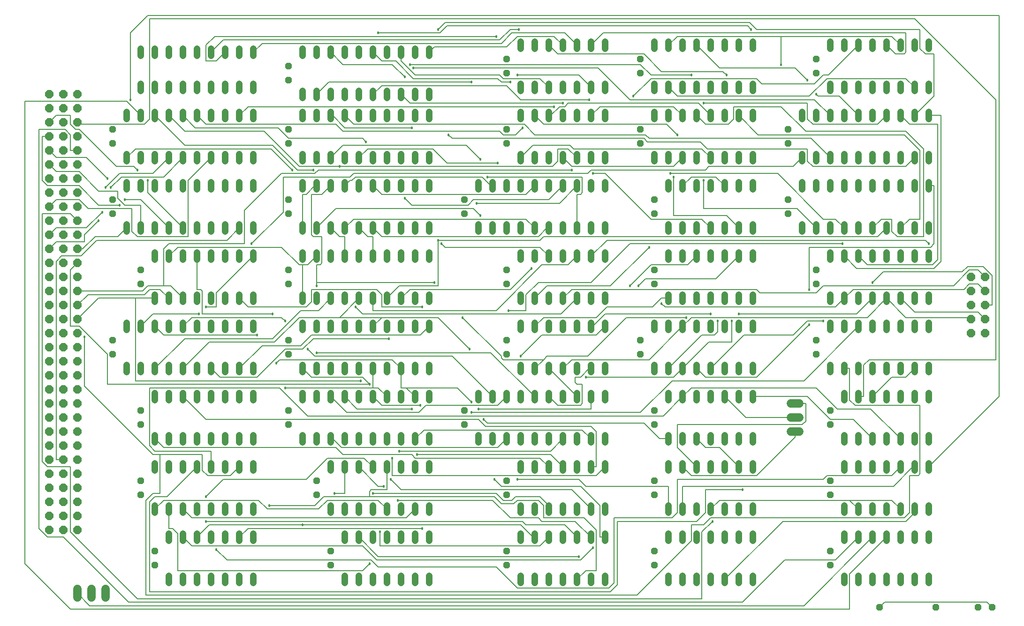
<source format=gbr>
G04 EAGLE Gerber RS-274X export*
G75*
%MOMM*%
%FSLAX34Y34*%
%LPD*%
%INTop Copper*%
%IPPOS*%
%AMOC8*
5,1,8,0,0,1.08239X$1,22.5*%
G01*
%ADD10C,1.219200*%
%ADD11P,1.319650X8X112.500000*%
%ADD12P,1.649562X8X292.500000*%
%ADD13P,1.649562X8X202.500000*%
%ADD14P,1.319650X8X202.500000*%
%ADD15P,1.319650X8X22.500000*%
%ADD16C,1.524000*%
%ADD17C,0.127000*%
%ADD18C,0.457200*%


D10*
X1168400Y717804D02*
X1168400Y729996D01*
X1193800Y729996D02*
X1193800Y717804D01*
X1320800Y717804D02*
X1320800Y729996D01*
X1320800Y794004D02*
X1320800Y806196D01*
X1219200Y729996D02*
X1219200Y717804D01*
X1244600Y717804D02*
X1244600Y729996D01*
X1295400Y729996D02*
X1295400Y717804D01*
X1270000Y717804D02*
X1270000Y729996D01*
X1295400Y794004D02*
X1295400Y806196D01*
X1270000Y806196D02*
X1270000Y794004D01*
X1244600Y794004D02*
X1244600Y806196D01*
X1219200Y806196D02*
X1219200Y794004D01*
X1193800Y794004D02*
X1193800Y806196D01*
X1168400Y806196D02*
X1168400Y794004D01*
X1168400Y602996D02*
X1168400Y590804D01*
X1193800Y590804D02*
X1193800Y602996D01*
X1320800Y602996D02*
X1320800Y590804D01*
X1320800Y667004D02*
X1320800Y679196D01*
X1219200Y602996D02*
X1219200Y590804D01*
X1244600Y590804D02*
X1244600Y602996D01*
X1295400Y602996D02*
X1295400Y590804D01*
X1270000Y590804D02*
X1270000Y602996D01*
X1295400Y667004D02*
X1295400Y679196D01*
X1270000Y679196D02*
X1270000Y667004D01*
X1244600Y667004D02*
X1244600Y679196D01*
X1219200Y679196D02*
X1219200Y667004D01*
X1193800Y667004D02*
X1193800Y679196D01*
X1168400Y679196D02*
X1168400Y667004D01*
X1409700Y717804D02*
X1409700Y729996D01*
X1435100Y729996D02*
X1435100Y717804D01*
X1562100Y717804D02*
X1562100Y729996D01*
X1587500Y729996D02*
X1587500Y717804D01*
X1460500Y717804D02*
X1460500Y729996D01*
X1485900Y729996D02*
X1485900Y717804D01*
X1536700Y717804D02*
X1536700Y729996D01*
X1511300Y729996D02*
X1511300Y717804D01*
X1612900Y717804D02*
X1612900Y729996D01*
X1638300Y729996D02*
X1638300Y717804D01*
X1638300Y794004D02*
X1638300Y806196D01*
X1612900Y806196D02*
X1612900Y794004D01*
X1587500Y794004D02*
X1587500Y806196D01*
X1562100Y806196D02*
X1562100Y794004D01*
X1536700Y794004D02*
X1536700Y806196D01*
X1511300Y806196D02*
X1511300Y794004D01*
X1485900Y794004D02*
X1485900Y806196D01*
X1460500Y806196D02*
X1460500Y794004D01*
X1435100Y794004D02*
X1435100Y806196D01*
X1409700Y806196D02*
X1409700Y794004D01*
X241300Y602996D02*
X241300Y590804D01*
X266700Y590804D02*
X266700Y602996D01*
X393700Y602996D02*
X393700Y590804D01*
X419100Y590804D02*
X419100Y602996D01*
X292100Y602996D02*
X292100Y590804D01*
X317500Y590804D02*
X317500Y602996D01*
X368300Y602996D02*
X368300Y590804D01*
X342900Y590804D02*
X342900Y602996D01*
X419100Y667004D02*
X419100Y679196D01*
X393700Y679196D02*
X393700Y667004D01*
X368300Y667004D02*
X368300Y679196D01*
X342900Y679196D02*
X342900Y667004D01*
X317500Y667004D02*
X317500Y679196D01*
X292100Y679196D02*
X292100Y667004D01*
X266700Y667004D02*
X266700Y679196D01*
X241300Y679196D02*
X241300Y667004D01*
X266700Y94996D02*
X266700Y82804D01*
X292100Y82804D02*
X292100Y94996D01*
X419100Y94996D02*
X419100Y82804D01*
X419100Y159004D02*
X419100Y171196D01*
X317500Y94996D02*
X317500Y82804D01*
X342900Y82804D02*
X342900Y94996D01*
X393700Y94996D02*
X393700Y82804D01*
X368300Y82804D02*
X368300Y94996D01*
X393700Y159004D02*
X393700Y171196D01*
X368300Y171196D02*
X368300Y159004D01*
X342900Y159004D02*
X342900Y171196D01*
X317500Y171196D02*
X317500Y159004D01*
X292100Y159004D02*
X292100Y171196D01*
X266700Y171196D02*
X266700Y159004D01*
X190500Y463804D02*
X190500Y475996D01*
X215900Y475996D02*
X215900Y463804D01*
X342900Y463804D02*
X342900Y475996D01*
X368300Y475996D02*
X368300Y463804D01*
X241300Y463804D02*
X241300Y475996D01*
X266700Y475996D02*
X266700Y463804D01*
X317500Y463804D02*
X317500Y475996D01*
X292100Y475996D02*
X292100Y463804D01*
X393700Y463804D02*
X393700Y475996D01*
X419100Y475996D02*
X419100Y463804D01*
X419100Y540004D02*
X419100Y552196D01*
X393700Y552196D02*
X393700Y540004D01*
X368300Y540004D02*
X368300Y552196D01*
X342900Y552196D02*
X342900Y540004D01*
X317500Y540004D02*
X317500Y552196D01*
X292100Y552196D02*
X292100Y540004D01*
X266700Y540004D02*
X266700Y552196D01*
X241300Y552196D02*
X241300Y540004D01*
X215900Y540004D02*
X215900Y552196D01*
X190500Y552196D02*
X190500Y540004D01*
X508000Y475996D02*
X508000Y463804D01*
X533400Y463804D02*
X533400Y475996D01*
X660400Y475996D02*
X660400Y463804D01*
X685800Y463804D02*
X685800Y475996D01*
X558800Y475996D02*
X558800Y463804D01*
X584200Y463804D02*
X584200Y475996D01*
X635000Y475996D02*
X635000Y463804D01*
X609600Y463804D02*
X609600Y475996D01*
X711200Y475996D02*
X711200Y463804D01*
X736600Y463804D02*
X736600Y475996D01*
X736600Y540004D02*
X736600Y552196D01*
X711200Y552196D02*
X711200Y540004D01*
X685800Y540004D02*
X685800Y552196D01*
X660400Y552196D02*
X660400Y540004D01*
X635000Y540004D02*
X635000Y552196D01*
X609600Y552196D02*
X609600Y540004D01*
X584200Y540004D02*
X584200Y552196D01*
X558800Y552196D02*
X558800Y540004D01*
X533400Y540004D02*
X533400Y552196D01*
X508000Y552196D02*
X508000Y540004D01*
X508000Y844804D02*
X508000Y856996D01*
X533400Y856996D02*
X533400Y844804D01*
X660400Y844804D02*
X660400Y856996D01*
X685800Y856996D02*
X685800Y844804D01*
X558800Y844804D02*
X558800Y856996D01*
X584200Y856996D02*
X584200Y844804D01*
X635000Y844804D02*
X635000Y856996D01*
X609600Y856996D02*
X609600Y844804D01*
X711200Y844804D02*
X711200Y856996D01*
X736600Y856996D02*
X736600Y844804D01*
X736600Y921004D02*
X736600Y933196D01*
X711200Y933196D02*
X711200Y921004D01*
X685800Y921004D02*
X685800Y933196D01*
X660400Y933196D02*
X660400Y921004D01*
X635000Y921004D02*
X635000Y933196D01*
X609600Y933196D02*
X609600Y921004D01*
X584200Y921004D02*
X584200Y933196D01*
X558800Y933196D02*
X558800Y921004D01*
X533400Y921004D02*
X533400Y933196D01*
X508000Y933196D02*
X508000Y921004D01*
X825500Y729996D02*
X825500Y717804D01*
X850900Y717804D02*
X850900Y729996D01*
X977900Y729996D02*
X977900Y717804D01*
X1003300Y717804D02*
X1003300Y729996D01*
X876300Y729996D02*
X876300Y717804D01*
X901700Y717804D02*
X901700Y729996D01*
X952500Y729996D02*
X952500Y717804D01*
X927100Y717804D02*
X927100Y729996D01*
X1028700Y729996D02*
X1028700Y717804D01*
X1054100Y717804D02*
X1054100Y729996D01*
X1054100Y794004D02*
X1054100Y806196D01*
X1028700Y806196D02*
X1028700Y794004D01*
X1003300Y794004D02*
X1003300Y806196D01*
X977900Y806196D02*
X977900Y794004D01*
X952500Y794004D02*
X952500Y806196D01*
X927100Y806196D02*
X927100Y794004D01*
X901700Y794004D02*
X901700Y806196D01*
X876300Y806196D02*
X876300Y794004D01*
X850900Y794004D02*
X850900Y806196D01*
X825500Y806196D02*
X825500Y794004D01*
X508000Y602996D02*
X508000Y590804D01*
X533400Y590804D02*
X533400Y602996D01*
X660400Y602996D02*
X660400Y590804D01*
X685800Y590804D02*
X685800Y602996D01*
X558800Y602996D02*
X558800Y590804D01*
X584200Y590804D02*
X584200Y602996D01*
X635000Y602996D02*
X635000Y590804D01*
X609600Y590804D02*
X609600Y602996D01*
X711200Y602996D02*
X711200Y590804D01*
X736600Y590804D02*
X736600Y602996D01*
X736600Y667004D02*
X736600Y679196D01*
X711200Y679196D02*
X711200Y667004D01*
X685800Y667004D02*
X685800Y679196D01*
X660400Y679196D02*
X660400Y667004D01*
X635000Y667004D02*
X635000Y679196D01*
X609600Y679196D02*
X609600Y667004D01*
X584200Y667004D02*
X584200Y679196D01*
X558800Y679196D02*
X558800Y667004D01*
X533400Y667004D02*
X533400Y679196D01*
X508000Y679196D02*
X508000Y667004D01*
X508000Y717804D02*
X508000Y729996D01*
X533400Y729996D02*
X533400Y717804D01*
X660400Y717804D02*
X660400Y729996D01*
X685800Y729996D02*
X685800Y717804D01*
X558800Y717804D02*
X558800Y729996D01*
X584200Y729996D02*
X584200Y717804D01*
X635000Y717804D02*
X635000Y729996D01*
X609600Y729996D02*
X609600Y717804D01*
X711200Y717804D02*
X711200Y729996D01*
X736600Y729996D02*
X736600Y717804D01*
X736600Y794004D02*
X736600Y806196D01*
X711200Y806196D02*
X711200Y794004D01*
X685800Y794004D02*
X685800Y806196D01*
X660400Y806196D02*
X660400Y794004D01*
X635000Y794004D02*
X635000Y806196D01*
X609600Y806196D02*
X609600Y794004D01*
X584200Y794004D02*
X584200Y806196D01*
X558800Y806196D02*
X558800Y794004D01*
X533400Y794004D02*
X533400Y806196D01*
X508000Y806196D02*
X508000Y794004D01*
X241300Y348996D02*
X241300Y336804D01*
X266700Y336804D02*
X266700Y348996D01*
X393700Y348996D02*
X393700Y336804D01*
X419100Y336804D02*
X419100Y348996D01*
X292100Y348996D02*
X292100Y336804D01*
X317500Y336804D02*
X317500Y348996D01*
X368300Y348996D02*
X368300Y336804D01*
X342900Y336804D02*
X342900Y348996D01*
X419100Y413004D02*
X419100Y425196D01*
X393700Y425196D02*
X393700Y413004D01*
X368300Y413004D02*
X368300Y425196D01*
X342900Y425196D02*
X342900Y413004D01*
X317500Y413004D02*
X317500Y425196D01*
X292100Y425196D02*
X292100Y413004D01*
X266700Y413004D02*
X266700Y425196D01*
X241300Y425196D02*
X241300Y413004D01*
X558800Y221996D02*
X558800Y209804D01*
X584200Y209804D02*
X584200Y221996D01*
X711200Y221996D02*
X711200Y209804D01*
X736600Y209804D02*
X736600Y221996D01*
X609600Y221996D02*
X609600Y209804D01*
X635000Y209804D02*
X635000Y221996D01*
X685800Y221996D02*
X685800Y209804D01*
X660400Y209804D02*
X660400Y221996D01*
X736600Y286004D02*
X736600Y298196D01*
X711200Y298196D02*
X711200Y286004D01*
X685800Y286004D02*
X685800Y298196D01*
X660400Y298196D02*
X660400Y286004D01*
X635000Y286004D02*
X635000Y298196D01*
X609600Y298196D02*
X609600Y286004D01*
X584200Y286004D02*
X584200Y298196D01*
X558800Y298196D02*
X558800Y286004D01*
X1168400Y221996D02*
X1168400Y209804D01*
X1193800Y209804D02*
X1193800Y221996D01*
X1320800Y221996D02*
X1320800Y209804D01*
X1320800Y286004D02*
X1320800Y298196D01*
X1219200Y221996D02*
X1219200Y209804D01*
X1244600Y209804D02*
X1244600Y221996D01*
X1295400Y221996D02*
X1295400Y209804D01*
X1270000Y209804D02*
X1270000Y221996D01*
X1295400Y286004D02*
X1295400Y298196D01*
X1270000Y298196D02*
X1270000Y286004D01*
X1244600Y286004D02*
X1244600Y298196D01*
X1219200Y298196D02*
X1219200Y286004D01*
X1193800Y286004D02*
X1193800Y298196D01*
X1168400Y298196D02*
X1168400Y286004D01*
X1485900Y94996D02*
X1485900Y82804D01*
X1511300Y82804D02*
X1511300Y94996D01*
X1638300Y94996D02*
X1638300Y82804D01*
X1638300Y159004D02*
X1638300Y171196D01*
X1536700Y94996D02*
X1536700Y82804D01*
X1562100Y82804D02*
X1562100Y94996D01*
X1612900Y94996D02*
X1612900Y82804D01*
X1587500Y82804D02*
X1587500Y94996D01*
X1612900Y159004D02*
X1612900Y171196D01*
X1587500Y171196D02*
X1587500Y159004D01*
X1562100Y159004D02*
X1562100Y171196D01*
X1536700Y171196D02*
X1536700Y159004D01*
X1511300Y159004D02*
X1511300Y171196D01*
X1485900Y171196D02*
X1485900Y159004D01*
X241300Y209804D02*
X241300Y221996D01*
X266700Y221996D02*
X266700Y209804D01*
X393700Y209804D02*
X393700Y221996D01*
X419100Y221996D02*
X419100Y209804D01*
X292100Y209804D02*
X292100Y221996D01*
X317500Y221996D02*
X317500Y209804D01*
X368300Y209804D02*
X368300Y221996D01*
X342900Y221996D02*
X342900Y209804D01*
X419100Y286004D02*
X419100Y298196D01*
X393700Y298196D02*
X393700Y286004D01*
X368300Y286004D02*
X368300Y298196D01*
X342900Y298196D02*
X342900Y286004D01*
X317500Y286004D02*
X317500Y298196D01*
X292100Y298196D02*
X292100Y286004D01*
X266700Y286004D02*
X266700Y298196D01*
X241300Y298196D02*
X241300Y286004D01*
X584200Y94996D02*
X584200Y82804D01*
X609600Y82804D02*
X609600Y94996D01*
X736600Y94996D02*
X736600Y82804D01*
X736600Y159004D02*
X736600Y171196D01*
X635000Y94996D02*
X635000Y82804D01*
X660400Y82804D02*
X660400Y94996D01*
X711200Y94996D02*
X711200Y82804D01*
X685800Y82804D02*
X685800Y94996D01*
X711200Y159004D02*
X711200Y171196D01*
X685800Y171196D02*
X685800Y159004D01*
X660400Y159004D02*
X660400Y171196D01*
X635000Y171196D02*
X635000Y159004D01*
X609600Y159004D02*
X609600Y171196D01*
X584200Y171196D02*
X584200Y159004D01*
X215900Y971804D02*
X215900Y983996D01*
X241300Y983996D02*
X241300Y971804D01*
X266700Y971804D02*
X266700Y983996D01*
X292100Y983996D02*
X292100Y971804D01*
X317500Y971804D02*
X317500Y983996D01*
X342900Y983996D02*
X342900Y971804D01*
X368300Y971804D02*
X368300Y983996D01*
X393700Y983996D02*
X393700Y971804D01*
X419100Y971804D02*
X419100Y983996D01*
X215900Y1035304D02*
X215900Y1047496D01*
X241300Y1047496D02*
X241300Y1035304D01*
X266700Y1035304D02*
X266700Y1047496D01*
X292100Y1047496D02*
X292100Y1035304D01*
X317500Y1035304D02*
X317500Y1047496D01*
X342900Y1047496D02*
X342900Y1035304D01*
X368300Y1035304D02*
X368300Y1047496D01*
X393700Y1047496D02*
X393700Y1035304D01*
X419100Y1035304D02*
X419100Y1047496D01*
X190500Y856996D02*
X190500Y844804D01*
X215900Y844804D02*
X215900Y856996D01*
X342900Y856996D02*
X342900Y844804D01*
X368300Y844804D02*
X368300Y856996D01*
X241300Y856996D02*
X241300Y844804D01*
X266700Y844804D02*
X266700Y856996D01*
X317500Y856996D02*
X317500Y844804D01*
X292100Y844804D02*
X292100Y856996D01*
X393700Y856996D02*
X393700Y844804D01*
X419100Y844804D02*
X419100Y856996D01*
X419100Y921004D02*
X419100Y933196D01*
X393700Y933196D02*
X393700Y921004D01*
X368300Y921004D02*
X368300Y933196D01*
X342900Y933196D02*
X342900Y921004D01*
X317500Y921004D02*
X317500Y933196D01*
X292100Y933196D02*
X292100Y921004D01*
X266700Y921004D02*
X266700Y933196D01*
X241300Y933196D02*
X241300Y921004D01*
X215900Y921004D02*
X215900Y933196D01*
X190500Y933196D02*
X190500Y921004D01*
X190500Y729996D02*
X190500Y717804D01*
X215900Y717804D02*
X215900Y729996D01*
X342900Y729996D02*
X342900Y717804D01*
X368300Y717804D02*
X368300Y729996D01*
X241300Y729996D02*
X241300Y717804D01*
X266700Y717804D02*
X266700Y729996D01*
X317500Y729996D02*
X317500Y717804D01*
X292100Y717804D02*
X292100Y729996D01*
X393700Y729996D02*
X393700Y717804D01*
X419100Y717804D02*
X419100Y729996D01*
X419100Y794004D02*
X419100Y806196D01*
X393700Y806196D02*
X393700Y794004D01*
X368300Y794004D02*
X368300Y806196D01*
X342900Y806196D02*
X342900Y794004D01*
X317500Y794004D02*
X317500Y806196D01*
X292100Y806196D02*
X292100Y794004D01*
X266700Y794004D02*
X266700Y806196D01*
X241300Y806196D02*
X241300Y794004D01*
X215900Y794004D02*
X215900Y806196D01*
X190500Y806196D02*
X190500Y794004D01*
X1143000Y844804D02*
X1143000Y856996D01*
X1168400Y856996D02*
X1168400Y844804D01*
X1295400Y844804D02*
X1295400Y856996D01*
X1320800Y856996D02*
X1320800Y844804D01*
X1193800Y844804D02*
X1193800Y856996D01*
X1219200Y856996D02*
X1219200Y844804D01*
X1270000Y844804D02*
X1270000Y856996D01*
X1244600Y856996D02*
X1244600Y844804D01*
X1320800Y921004D02*
X1320800Y933196D01*
X1295400Y933196D02*
X1295400Y921004D01*
X1270000Y921004D02*
X1270000Y933196D01*
X1244600Y933196D02*
X1244600Y921004D01*
X1219200Y921004D02*
X1219200Y933196D01*
X1193800Y933196D02*
X1193800Y921004D01*
X1168400Y921004D02*
X1168400Y933196D01*
X1143000Y933196D02*
X1143000Y921004D01*
X1143000Y475996D02*
X1143000Y463804D01*
X1168400Y463804D02*
X1168400Y475996D01*
X1295400Y475996D02*
X1295400Y463804D01*
X1320800Y463804D02*
X1320800Y475996D01*
X1193800Y475996D02*
X1193800Y463804D01*
X1219200Y463804D02*
X1219200Y475996D01*
X1270000Y475996D02*
X1270000Y463804D01*
X1244600Y463804D02*
X1244600Y475996D01*
X1320800Y540004D02*
X1320800Y552196D01*
X1295400Y552196D02*
X1295400Y540004D01*
X1270000Y540004D02*
X1270000Y552196D01*
X1244600Y552196D02*
X1244600Y540004D01*
X1219200Y540004D02*
X1219200Y552196D01*
X1193800Y552196D02*
X1193800Y540004D01*
X1168400Y540004D02*
X1168400Y552196D01*
X1143000Y552196D02*
X1143000Y540004D01*
X1143000Y971804D02*
X1143000Y983996D01*
X1168400Y983996D02*
X1168400Y971804D01*
X1295400Y971804D02*
X1295400Y983996D01*
X1320800Y983996D02*
X1320800Y971804D01*
X1193800Y971804D02*
X1193800Y983996D01*
X1219200Y983996D02*
X1219200Y971804D01*
X1270000Y971804D02*
X1270000Y983996D01*
X1244600Y983996D02*
X1244600Y971804D01*
X1320800Y1048004D02*
X1320800Y1060196D01*
X1295400Y1060196D02*
X1295400Y1048004D01*
X1270000Y1048004D02*
X1270000Y1060196D01*
X1244600Y1060196D02*
X1244600Y1048004D01*
X1219200Y1048004D02*
X1219200Y1060196D01*
X1193800Y1060196D02*
X1193800Y1048004D01*
X1168400Y1048004D02*
X1168400Y1060196D01*
X1143000Y1060196D02*
X1143000Y1048004D01*
X1460500Y602996D02*
X1460500Y590804D01*
X1485900Y590804D02*
X1485900Y602996D01*
X1612900Y602996D02*
X1612900Y590804D01*
X1638300Y590804D02*
X1638300Y602996D01*
X1511300Y602996D02*
X1511300Y590804D01*
X1536700Y590804D02*
X1536700Y602996D01*
X1587500Y602996D02*
X1587500Y590804D01*
X1562100Y590804D02*
X1562100Y602996D01*
X1638300Y667004D02*
X1638300Y679196D01*
X1612900Y679196D02*
X1612900Y667004D01*
X1587500Y667004D02*
X1587500Y679196D01*
X1562100Y679196D02*
X1562100Y667004D01*
X1536700Y667004D02*
X1536700Y679196D01*
X1511300Y679196D02*
X1511300Y667004D01*
X1485900Y667004D02*
X1485900Y679196D01*
X1460500Y679196D02*
X1460500Y667004D01*
X1409700Y844804D02*
X1409700Y856996D01*
X1435100Y856996D02*
X1435100Y844804D01*
X1562100Y844804D02*
X1562100Y856996D01*
X1587500Y856996D02*
X1587500Y844804D01*
X1460500Y844804D02*
X1460500Y856996D01*
X1485900Y856996D02*
X1485900Y844804D01*
X1536700Y844804D02*
X1536700Y856996D01*
X1511300Y856996D02*
X1511300Y844804D01*
X1612900Y844804D02*
X1612900Y856996D01*
X1638300Y856996D02*
X1638300Y844804D01*
X1638300Y921004D02*
X1638300Y933196D01*
X1612900Y933196D02*
X1612900Y921004D01*
X1587500Y921004D02*
X1587500Y933196D01*
X1562100Y933196D02*
X1562100Y921004D01*
X1536700Y921004D02*
X1536700Y933196D01*
X1511300Y933196D02*
X1511300Y921004D01*
X1485900Y921004D02*
X1485900Y933196D01*
X1460500Y933196D02*
X1460500Y921004D01*
X1435100Y921004D02*
X1435100Y933196D01*
X1409700Y933196D02*
X1409700Y921004D01*
X1460500Y971804D02*
X1460500Y983996D01*
X1485900Y983996D02*
X1485900Y971804D01*
X1612900Y971804D02*
X1612900Y983996D01*
X1638300Y983996D02*
X1638300Y971804D01*
X1511300Y971804D02*
X1511300Y983996D01*
X1536700Y983996D02*
X1536700Y971804D01*
X1587500Y971804D02*
X1587500Y983996D01*
X1562100Y983996D02*
X1562100Y971804D01*
X1638300Y1048004D02*
X1638300Y1060196D01*
X1612900Y1060196D02*
X1612900Y1048004D01*
X1587500Y1048004D02*
X1587500Y1060196D01*
X1562100Y1060196D02*
X1562100Y1048004D01*
X1536700Y1048004D02*
X1536700Y1060196D01*
X1511300Y1060196D02*
X1511300Y1048004D01*
X1485900Y1048004D02*
X1485900Y1060196D01*
X1460500Y1060196D02*
X1460500Y1048004D01*
D11*
X876300Y495300D03*
X876300Y520700D03*
X1143000Y114300D03*
X1143000Y139700D03*
X215900Y622300D03*
X215900Y647700D03*
X1384300Y876300D03*
X1384300Y901700D03*
X1117600Y495300D03*
X1117600Y520700D03*
X1143000Y368300D03*
X1143000Y393700D03*
X241300Y114300D03*
X241300Y139700D03*
X482600Y495300D03*
X482600Y520700D03*
X215900Y241300D03*
X215900Y266700D03*
X1117600Y876300D03*
X1117600Y901700D03*
X800100Y749300D03*
X800100Y774700D03*
X1460500Y368300D03*
X1460500Y393700D03*
X1435100Y1003300D03*
X1435100Y1028700D03*
X1117600Y1003300D03*
X1117600Y1028700D03*
X1460500Y241300D03*
X1460500Y266700D03*
X482600Y368300D03*
X482600Y393700D03*
X215900Y368300D03*
X215900Y393700D03*
X482600Y876300D03*
X482600Y901700D03*
X876300Y1003300D03*
X876300Y1028700D03*
X1143000Y241300D03*
X1143000Y266700D03*
X876300Y876300D03*
X876300Y901700D03*
X1460500Y114300D03*
X1460500Y139700D03*
X533400Y241300D03*
X533400Y266700D03*
X165100Y749300D03*
X165100Y774700D03*
X165100Y876300D03*
X165100Y901700D03*
X1384300Y749300D03*
X1384300Y774700D03*
X1435100Y622300D03*
X1435100Y647700D03*
X1143000Y749300D03*
X1143000Y774700D03*
X1143000Y622300D03*
X1143000Y647700D03*
X1435100Y495300D03*
X1435100Y520700D03*
X876300Y241300D03*
X876300Y266700D03*
X876300Y114300D03*
X876300Y139700D03*
X558800Y114300D03*
X558800Y139700D03*
X482600Y990600D03*
X482600Y1016000D03*
X876300Y622300D03*
X876300Y647700D03*
X165100Y495300D03*
X165100Y520700D03*
X800100Y368300D03*
X800100Y393700D03*
D10*
X901700Y221996D02*
X901700Y209804D01*
X927100Y209804D02*
X927100Y221996D01*
X1054100Y221996D02*
X1054100Y209804D01*
X1054100Y286004D02*
X1054100Y298196D01*
X952500Y221996D02*
X952500Y209804D01*
X977900Y209804D02*
X977900Y221996D01*
X1028700Y221996D02*
X1028700Y209804D01*
X1003300Y209804D02*
X1003300Y221996D01*
X1028700Y286004D02*
X1028700Y298196D01*
X1003300Y298196D02*
X1003300Y286004D01*
X977900Y286004D02*
X977900Y298196D01*
X952500Y298196D02*
X952500Y286004D01*
X927100Y286004D02*
X927100Y298196D01*
X901700Y298196D02*
X901700Y286004D01*
X901700Y94996D02*
X901700Y82804D01*
X927100Y82804D02*
X927100Y94996D01*
X1054100Y94996D02*
X1054100Y82804D01*
X1054100Y159004D02*
X1054100Y171196D01*
X952500Y94996D02*
X952500Y82804D01*
X977900Y82804D02*
X977900Y94996D01*
X1028700Y94996D02*
X1028700Y82804D01*
X1003300Y82804D02*
X1003300Y94996D01*
X1028700Y159004D02*
X1028700Y171196D01*
X1003300Y171196D02*
X1003300Y159004D01*
X977900Y159004D02*
X977900Y171196D01*
X952500Y171196D02*
X952500Y159004D01*
X927100Y159004D02*
X927100Y171196D01*
X901700Y171196D02*
X901700Y159004D01*
X901700Y844804D02*
X901700Y856996D01*
X927100Y856996D02*
X927100Y844804D01*
X1054100Y844804D02*
X1054100Y856996D01*
X1054100Y921004D02*
X1054100Y933196D01*
X952500Y856996D02*
X952500Y844804D01*
X977900Y844804D02*
X977900Y856996D01*
X1028700Y856996D02*
X1028700Y844804D01*
X1003300Y844804D02*
X1003300Y856996D01*
X1028700Y921004D02*
X1028700Y933196D01*
X1003300Y933196D02*
X1003300Y921004D01*
X977900Y921004D02*
X977900Y933196D01*
X952500Y933196D02*
X952500Y921004D01*
X927100Y921004D02*
X927100Y933196D01*
X901700Y933196D02*
X901700Y921004D01*
X508000Y348996D02*
X508000Y336804D01*
X533400Y336804D02*
X533400Y348996D01*
X660400Y348996D02*
X660400Y336804D01*
X685800Y336804D02*
X685800Y348996D01*
X558800Y348996D02*
X558800Y336804D01*
X584200Y336804D02*
X584200Y348996D01*
X635000Y348996D02*
X635000Y336804D01*
X609600Y336804D02*
X609600Y348996D01*
X711200Y348996D02*
X711200Y336804D01*
X736600Y336804D02*
X736600Y348996D01*
X736600Y413004D02*
X736600Y425196D01*
X711200Y425196D02*
X711200Y413004D01*
X685800Y413004D02*
X685800Y425196D01*
X660400Y425196D02*
X660400Y413004D01*
X635000Y413004D02*
X635000Y425196D01*
X609600Y425196D02*
X609600Y413004D01*
X584200Y413004D02*
X584200Y425196D01*
X558800Y425196D02*
X558800Y413004D01*
X533400Y413004D02*
X533400Y425196D01*
X508000Y425196D02*
X508000Y413004D01*
X825500Y348996D02*
X825500Y336804D01*
X850900Y336804D02*
X850900Y348996D01*
X977900Y348996D02*
X977900Y336804D01*
X1003300Y336804D02*
X1003300Y348996D01*
X876300Y348996D02*
X876300Y336804D01*
X901700Y336804D02*
X901700Y348996D01*
X952500Y348996D02*
X952500Y336804D01*
X927100Y336804D02*
X927100Y348996D01*
X1028700Y348996D02*
X1028700Y336804D01*
X1054100Y336804D02*
X1054100Y348996D01*
X1054100Y413004D02*
X1054100Y425196D01*
X1028700Y425196D02*
X1028700Y413004D01*
X1003300Y413004D02*
X1003300Y425196D01*
X977900Y425196D02*
X977900Y413004D01*
X952500Y413004D02*
X952500Y425196D01*
X927100Y425196D02*
X927100Y413004D01*
X901700Y413004D02*
X901700Y425196D01*
X876300Y425196D02*
X876300Y413004D01*
X850900Y413004D02*
X850900Y425196D01*
X825500Y425196D02*
X825500Y413004D01*
X508000Y959104D02*
X508000Y971296D01*
X533400Y971296D02*
X533400Y959104D01*
X660400Y959104D02*
X660400Y971296D01*
X685800Y971296D02*
X685800Y959104D01*
X558800Y959104D02*
X558800Y971296D01*
X584200Y971296D02*
X584200Y959104D01*
X635000Y959104D02*
X635000Y971296D01*
X609600Y971296D02*
X609600Y959104D01*
X711200Y959104D02*
X711200Y971296D01*
X736600Y971296D02*
X736600Y959104D01*
X736600Y1035304D02*
X736600Y1047496D01*
X711200Y1047496D02*
X711200Y1035304D01*
X685800Y1035304D02*
X685800Y1047496D01*
X660400Y1047496D02*
X660400Y1035304D01*
X635000Y1035304D02*
X635000Y1047496D01*
X609600Y1047496D02*
X609600Y1035304D01*
X584200Y1035304D02*
X584200Y1047496D01*
X558800Y1047496D02*
X558800Y1035304D01*
X533400Y1035304D02*
X533400Y1047496D01*
X508000Y1047496D02*
X508000Y1035304D01*
X901700Y602996D02*
X901700Y590804D01*
X927100Y590804D02*
X927100Y602996D01*
X1054100Y602996D02*
X1054100Y590804D01*
X1054100Y667004D02*
X1054100Y679196D01*
X952500Y602996D02*
X952500Y590804D01*
X977900Y590804D02*
X977900Y602996D01*
X1028700Y602996D02*
X1028700Y590804D01*
X1003300Y590804D02*
X1003300Y602996D01*
X1028700Y667004D02*
X1028700Y679196D01*
X1003300Y679196D02*
X1003300Y667004D01*
X977900Y667004D02*
X977900Y679196D01*
X952500Y679196D02*
X952500Y667004D01*
X927100Y667004D02*
X927100Y679196D01*
X901700Y679196D02*
X901700Y667004D01*
X901700Y475996D02*
X901700Y463804D01*
X927100Y463804D02*
X927100Y475996D01*
X1054100Y475996D02*
X1054100Y463804D01*
X1054100Y540004D02*
X1054100Y552196D01*
X952500Y475996D02*
X952500Y463804D01*
X977900Y463804D02*
X977900Y475996D01*
X1028700Y475996D02*
X1028700Y463804D01*
X1003300Y463804D02*
X1003300Y475996D01*
X1028700Y540004D02*
X1028700Y552196D01*
X1003300Y552196D02*
X1003300Y540004D01*
X977900Y540004D02*
X977900Y552196D01*
X952500Y552196D02*
X952500Y540004D01*
X927100Y540004D02*
X927100Y552196D01*
X901700Y552196D02*
X901700Y540004D01*
X901700Y971804D02*
X901700Y983996D01*
X927100Y983996D02*
X927100Y971804D01*
X1054100Y971804D02*
X1054100Y983996D01*
X1054100Y1048004D02*
X1054100Y1060196D01*
X952500Y983996D02*
X952500Y971804D01*
X977900Y971804D02*
X977900Y983996D01*
X1028700Y983996D02*
X1028700Y971804D01*
X1003300Y971804D02*
X1003300Y983996D01*
X1028700Y1048004D02*
X1028700Y1060196D01*
X1003300Y1060196D02*
X1003300Y1048004D01*
X977900Y1048004D02*
X977900Y1060196D01*
X952500Y1060196D02*
X952500Y1048004D01*
X927100Y1048004D02*
X927100Y1060196D01*
X901700Y1060196D02*
X901700Y1048004D01*
X1485900Y221996D02*
X1485900Y209804D01*
X1511300Y209804D02*
X1511300Y221996D01*
X1638300Y221996D02*
X1638300Y209804D01*
X1638300Y286004D02*
X1638300Y298196D01*
X1536700Y221996D02*
X1536700Y209804D01*
X1562100Y209804D02*
X1562100Y221996D01*
X1612900Y221996D02*
X1612900Y209804D01*
X1587500Y209804D02*
X1587500Y221996D01*
X1612900Y286004D02*
X1612900Y298196D01*
X1587500Y298196D02*
X1587500Y286004D01*
X1562100Y286004D02*
X1562100Y298196D01*
X1536700Y298196D02*
X1536700Y286004D01*
X1511300Y286004D02*
X1511300Y298196D01*
X1485900Y298196D02*
X1485900Y286004D01*
X1485900Y336804D02*
X1485900Y348996D01*
X1511300Y348996D02*
X1511300Y336804D01*
X1638300Y336804D02*
X1638300Y348996D01*
X1638300Y413004D02*
X1638300Y425196D01*
X1536700Y348996D02*
X1536700Y336804D01*
X1562100Y336804D02*
X1562100Y348996D01*
X1612900Y348996D02*
X1612900Y336804D01*
X1587500Y336804D02*
X1587500Y348996D01*
X1612900Y413004D02*
X1612900Y425196D01*
X1587500Y425196D02*
X1587500Y413004D01*
X1562100Y413004D02*
X1562100Y425196D01*
X1536700Y425196D02*
X1536700Y413004D01*
X1511300Y413004D02*
X1511300Y425196D01*
X1485900Y425196D02*
X1485900Y413004D01*
X1168400Y348996D02*
X1168400Y336804D01*
X1193800Y336804D02*
X1193800Y348996D01*
X1320800Y348996D02*
X1320800Y336804D01*
X1320800Y413004D02*
X1320800Y425196D01*
X1219200Y348996D02*
X1219200Y336804D01*
X1244600Y336804D02*
X1244600Y348996D01*
X1295400Y348996D02*
X1295400Y336804D01*
X1270000Y336804D02*
X1270000Y348996D01*
X1295400Y413004D02*
X1295400Y425196D01*
X1270000Y425196D02*
X1270000Y413004D01*
X1244600Y413004D02*
X1244600Y425196D01*
X1219200Y425196D02*
X1219200Y413004D01*
X1193800Y413004D02*
X1193800Y425196D01*
X1168400Y425196D02*
X1168400Y413004D01*
X1168400Y94996D02*
X1168400Y82804D01*
X1193800Y82804D02*
X1193800Y94996D01*
X1320800Y94996D02*
X1320800Y82804D01*
X1320800Y159004D02*
X1320800Y171196D01*
X1219200Y94996D02*
X1219200Y82804D01*
X1244600Y82804D02*
X1244600Y94996D01*
X1295400Y94996D02*
X1295400Y82804D01*
X1270000Y82804D02*
X1270000Y94996D01*
X1295400Y159004D02*
X1295400Y171196D01*
X1270000Y171196D02*
X1270000Y159004D01*
X1244600Y159004D02*
X1244600Y171196D01*
X1219200Y171196D02*
X1219200Y159004D01*
X1193800Y159004D02*
X1193800Y171196D01*
X1168400Y171196D02*
X1168400Y159004D01*
X1460500Y463804D02*
X1460500Y475996D01*
X1485900Y475996D02*
X1485900Y463804D01*
X1612900Y463804D02*
X1612900Y475996D01*
X1638300Y475996D02*
X1638300Y463804D01*
X1511300Y463804D02*
X1511300Y475996D01*
X1536700Y475996D02*
X1536700Y463804D01*
X1587500Y463804D02*
X1587500Y475996D01*
X1562100Y475996D02*
X1562100Y463804D01*
X1638300Y540004D02*
X1638300Y552196D01*
X1612900Y552196D02*
X1612900Y540004D01*
X1587500Y540004D02*
X1587500Y552196D01*
X1562100Y552196D02*
X1562100Y540004D01*
X1536700Y540004D02*
X1536700Y552196D01*
X1511300Y552196D02*
X1511300Y540004D01*
X1485900Y540004D02*
X1485900Y552196D01*
X1460500Y552196D02*
X1460500Y540004D01*
D11*
X482600Y749300D03*
X482600Y774700D03*
X482600Y622300D03*
X482600Y647700D03*
D12*
X1714500Y635000D03*
X1714500Y609600D03*
X1714500Y584200D03*
X1714500Y558800D03*
X1714500Y533400D03*
X1739900Y635000D03*
X1739900Y609600D03*
X1739900Y584200D03*
X1739900Y558800D03*
X1739900Y533400D03*
D13*
X50800Y177800D03*
X50800Y203200D03*
X50800Y228600D03*
X50800Y254000D03*
X50800Y279400D03*
X50800Y304800D03*
X50800Y330200D03*
X50800Y355600D03*
X50800Y381000D03*
X50800Y406400D03*
X50800Y431800D03*
X50800Y457200D03*
X50800Y482600D03*
X50800Y508000D03*
X50800Y533400D03*
X50800Y558800D03*
X76200Y177800D03*
X76200Y203200D03*
X76200Y228600D03*
X76200Y254000D03*
X76200Y279400D03*
X76200Y304800D03*
X76200Y330200D03*
X76200Y355600D03*
X76200Y381000D03*
X76200Y406400D03*
X76200Y431800D03*
X76200Y457200D03*
X76200Y482600D03*
X76200Y508000D03*
X76200Y533400D03*
X76200Y558800D03*
X101600Y177800D03*
X101600Y203200D03*
X101600Y228600D03*
X101600Y254000D03*
X101600Y279400D03*
X101600Y304800D03*
X101600Y330200D03*
X101600Y355600D03*
X101600Y381000D03*
X101600Y406400D03*
X101600Y431800D03*
X101600Y457200D03*
X101600Y482600D03*
X101600Y508000D03*
X101600Y533400D03*
X101600Y558800D03*
X50800Y584200D03*
X50800Y609600D03*
X50800Y635000D03*
X50800Y660400D03*
X50800Y685800D03*
X50800Y711200D03*
X50800Y736600D03*
X50800Y762000D03*
X50800Y787400D03*
X50800Y812800D03*
X50800Y838200D03*
X50800Y863600D03*
X50800Y889000D03*
X50800Y914400D03*
X50800Y939800D03*
X50800Y965200D03*
X76200Y584200D03*
X76200Y609600D03*
X76200Y635000D03*
X76200Y660400D03*
X76200Y685800D03*
X76200Y711200D03*
X76200Y736600D03*
X76200Y762000D03*
X76200Y787400D03*
X76200Y812800D03*
X76200Y838200D03*
X76200Y863600D03*
X76200Y889000D03*
X76200Y914400D03*
X76200Y939800D03*
X76200Y965200D03*
X101600Y584200D03*
X101600Y609600D03*
X101600Y635000D03*
X101600Y660400D03*
X101600Y685800D03*
X101600Y711200D03*
X101600Y736600D03*
X101600Y762000D03*
X101600Y787400D03*
X101600Y812800D03*
X101600Y838200D03*
X101600Y863600D03*
X101600Y889000D03*
X101600Y914400D03*
X101600Y939800D03*
X101600Y965200D03*
D14*
X1752600Y38100D03*
X1727200Y38100D03*
D15*
X1549400Y38100D03*
X1651000Y38100D03*
D16*
X101600Y55880D02*
X101600Y71120D01*
X127000Y71120D02*
X127000Y55880D01*
X152400Y55880D02*
X152400Y71120D01*
X1389380Y355600D02*
X1404620Y355600D01*
X1404620Y381000D02*
X1389380Y381000D01*
X1389380Y406400D02*
X1404620Y406400D01*
D17*
X257175Y530225D02*
X241300Y546100D01*
X257175Y530225D02*
X425450Y530225D01*
X860425Y403225D02*
X876300Y419100D01*
X860425Y403225D02*
X730250Y403225D01*
X717550Y390525D01*
X587375Y390525D01*
X558800Y419100D01*
X1431925Y955675D02*
X1460500Y927100D01*
X1431925Y955675D02*
X1098550Y955675D01*
X1041400Y1012825D01*
X708025Y1012825D01*
X692150Y996950D02*
X669925Y1019175D01*
X581025Y1019175D01*
X558800Y1041400D01*
D18*
X425450Y530225D03*
X708025Y1012825D03*
X692150Y996950D03*
D17*
X307975Y561975D02*
X292100Y546100D01*
X307975Y561975D02*
X469900Y561975D01*
X476250Y555625D01*
X847725Y498475D02*
X927100Y419100D01*
X847725Y498475D02*
X533400Y498475D01*
X1476375Y962025D02*
X1511300Y927100D01*
X1476375Y962025D02*
X1438275Y962025D01*
X1435100Y965200D01*
X1317625Y1082675D02*
X1311275Y1089025D01*
X768350Y1089025D01*
X755650Y1076325D01*
X644525Y1076325D01*
D18*
X476250Y555625D03*
X533400Y498475D03*
X1435100Y965200D03*
X1317625Y1082675D03*
X644525Y1076325D03*
D17*
X644525Y434975D02*
X635000Y434975D01*
X476250Y434975D01*
X644525Y434975D02*
X660400Y419100D01*
X635000Y434975D02*
X635000Y469900D01*
X1546225Y911225D02*
X1562100Y927100D01*
X1546225Y911225D02*
X1428750Y911225D01*
X1419225Y920750D01*
X1419225Y949325D01*
X1231900Y949325D01*
X1209675Y1000125D02*
X1136650Y1000125D01*
X1117600Y1019175D01*
X701675Y1019175D01*
D18*
X476250Y434975D03*
X1231900Y949325D03*
X1209675Y1000125D03*
X701675Y1019175D03*
D17*
X685800Y469900D02*
X685800Y434975D01*
X695325Y434975D01*
X711200Y419100D01*
X466725Y485775D02*
X460375Y479425D01*
X466725Y485775D02*
X669925Y485775D01*
X685800Y469900D01*
X1028700Y419100D02*
X1028700Y396875D01*
X825500Y396875D01*
X812800Y409575D02*
X787400Y434975D01*
X695325Y434975D01*
X1612900Y927100D02*
X1647825Y962025D01*
X1647825Y1038225D01*
X1631950Y1038225D01*
X1622425Y1047750D01*
X1622425Y1082675D01*
X1327150Y1082675D01*
X1314450Y1095375D01*
X765175Y1095375D01*
X752475Y1082675D01*
D18*
X460375Y479425D03*
X825500Y396875D03*
X812800Y409575D03*
X752475Y1082675D03*
D17*
X727075Y358775D02*
X711200Y342900D01*
X727075Y358775D02*
X1012825Y358775D01*
X1028700Y342900D01*
X434975Y511175D02*
X393700Y469900D01*
X434975Y511175D02*
X504825Y511175D01*
X523875Y530225D01*
X720725Y530225D01*
X736600Y546100D01*
X1597025Y835025D02*
X1612900Y850900D01*
X1597025Y835025D02*
X1428750Y835025D01*
X1419225Y844550D01*
X1419225Y866775D01*
X1238250Y866775D01*
X1225550Y879475D01*
X1130300Y879475D01*
X1123950Y885825D01*
X777875Y885825D01*
X771525Y892175D01*
D18*
X771525Y892175D03*
D17*
X977900Y342900D02*
X955675Y320675D01*
X682625Y320675D01*
X358775Y454025D02*
X342900Y469900D01*
X358775Y454025D02*
X425450Y454025D01*
X476250Y504825D01*
X508000Y504825D01*
X527050Y523875D01*
X663575Y523875D01*
X752475Y619125D02*
X752475Y701675D01*
X752475Y619125D02*
X682625Y619125D01*
X660400Y596900D01*
X1546225Y708025D02*
X1562100Y723900D01*
X1546225Y708025D02*
X942975Y708025D01*
X936625Y701675D01*
X752475Y701675D01*
D18*
X682625Y320675D03*
X663575Y523875D03*
X752475Y701675D03*
D17*
X752475Y561975D02*
X809625Y504825D01*
X752475Y561975D02*
X650875Y561975D01*
X635000Y546100D01*
X339725Y517525D02*
X292100Y469900D01*
X339725Y517525D02*
X457200Y517525D01*
X501650Y561975D01*
X574675Y561975D02*
X650875Y561975D01*
X574675Y561975D02*
X501650Y561975D01*
X574675Y561975D02*
X609600Y596900D01*
X1098550Y695325D02*
X1482725Y695325D01*
X1098550Y695325D02*
X1028700Y625475D01*
X933450Y625475D01*
X911225Y603250D01*
X911225Y574675D01*
X879475Y574675D01*
D18*
X809625Y504825D03*
X1482725Y695325D03*
X879475Y574675D03*
D17*
X295275Y523875D02*
X241300Y469900D01*
X295275Y523875D02*
X454025Y523875D01*
X504825Y574675D01*
X536575Y574675D01*
X558800Y596900D01*
X860425Y327025D02*
X876300Y342900D01*
X860425Y327025D02*
X577850Y327025D01*
X561975Y342900D01*
X558800Y342900D01*
X1425575Y885825D02*
X1460500Y850900D01*
X1425575Y885825D02*
X1133475Y885825D01*
X1127125Y892175D01*
X927100Y892175D01*
X908050Y911225D01*
X600075Y911225D01*
X584200Y927100D01*
X1228725Y866775D02*
X1244600Y850900D01*
X1228725Y866775D02*
X996950Y866775D01*
X990600Y873125D01*
X923925Y873125D01*
X901700Y850900D01*
X568325Y758825D02*
X533400Y723900D01*
X568325Y758825D02*
X815975Y758825D01*
X828675Y746125D01*
D18*
X828675Y746125D03*
D17*
X911225Y739775D02*
X927100Y723900D01*
X911225Y739775D02*
X600075Y739775D01*
X584200Y723900D01*
X1727200Y647700D02*
X1739900Y635000D01*
X1727200Y647700D02*
X1711325Y647700D01*
X1682750Y619125D01*
X1447800Y619125D01*
X1435100Y606425D01*
X1333500Y606425D01*
X1327150Y612775D01*
X993775Y612775D01*
X977900Y596900D01*
X1177925Y835025D02*
X1193800Y850900D01*
X1177925Y835025D02*
X993775Y835025D01*
X977900Y850900D01*
X1485900Y596900D02*
X1501775Y612775D01*
X1701800Y612775D01*
X1711325Y622300D01*
X1727200Y622300D01*
X1739900Y609600D01*
X257175Y327025D02*
X241300Y342900D01*
X257175Y327025D02*
X568325Y327025D01*
X581025Y314325D01*
X704850Y314325D01*
X711200Y307975D01*
X936625Y307975D01*
X952500Y292100D01*
X765175Y688975D02*
X758825Y695325D01*
X765175Y688975D02*
X936625Y688975D01*
X952500Y673100D01*
X1222375Y949325D02*
X1244600Y927100D01*
X1222375Y949325D02*
X987425Y949325D01*
X981075Y942975D01*
X971550Y942975D01*
X955675Y927100D01*
X952500Y927100D01*
X1470025Y581025D02*
X1485900Y596900D01*
X1470025Y581025D02*
X1162050Y581025D01*
X1155700Y587375D01*
D18*
X758825Y695325D03*
X1155700Y587375D03*
D17*
X1244600Y469900D02*
X1304925Y530225D01*
X1393825Y530225D01*
X1419225Y555625D01*
X1447800Y555625D01*
X1273175Y1000125D02*
X1266825Y1006475D01*
X1155700Y1006475D01*
X1123950Y1038225D01*
X968375Y1038225D01*
X952500Y1054100D01*
D18*
X1447800Y555625D03*
X1273175Y1000125D03*
D17*
X1555750Y644525D02*
X1536700Y625475D01*
X1555750Y644525D02*
X1698625Y644525D01*
X1708150Y654050D01*
X1736725Y654050D01*
X1752600Y638175D01*
X1752600Y584200D01*
X1739900Y584200D01*
X1193800Y469900D02*
X1177925Y454025D01*
X1019175Y454025D01*
X1508125Y568325D02*
X1536700Y596900D01*
X1508125Y568325D02*
X1295400Y568325D01*
X1282700Y555625D02*
X1282700Y517525D01*
X1241425Y517525D01*
X1193800Y469900D01*
D18*
X1536700Y625475D03*
X1019175Y454025D03*
X1295400Y568325D03*
X1282700Y555625D03*
D17*
X647700Y174625D02*
X647700Y149225D01*
X936625Y149225D01*
X952500Y165100D01*
X1054100Y568325D02*
X1244600Y568325D01*
X1054100Y568325D02*
X1031875Y546100D01*
X1028700Y546100D01*
X1587500Y596900D02*
X1612900Y571500D01*
X1727200Y571500D01*
X1739900Y558800D01*
X593725Y809625D02*
X584200Y800100D01*
X593725Y809625D02*
X596900Y809625D01*
X603250Y815975D01*
X831850Y815975D01*
X847725Y800100D01*
X850900Y800100D01*
X1562100Y1054100D02*
X1577975Y1038225D01*
X1593850Y1038225D01*
X1597025Y1041400D01*
X1597025Y1076325D01*
X1050925Y1076325D01*
X1028700Y1054100D01*
D18*
X647700Y174625D03*
X1244600Y568325D03*
D17*
X1133475Y688975D02*
X1063625Y619125D01*
X949325Y619125D01*
X927100Y596900D01*
X533400Y625475D02*
X533400Y657225D01*
X533400Y625475D02*
X533400Y619125D01*
X533400Y657225D02*
X539750Y657225D01*
X542925Y660400D01*
X542925Y708025D01*
X527050Y708025D01*
X523875Y711200D01*
X523875Y784225D01*
X542925Y784225D01*
X558800Y800100D01*
X295275Y873125D02*
X241300Y927100D01*
X295275Y873125D02*
X454025Y873125D01*
X498475Y828675D01*
X527050Y828675D01*
X533400Y625475D02*
X746125Y625475D01*
D18*
X1133475Y688975D03*
X533400Y619125D03*
X527050Y828675D03*
X746125Y625475D03*
D17*
X574675Y835025D02*
X501650Y835025D01*
X438150Y898525D01*
X295275Y898525D01*
X266700Y927100D01*
X603250Y581025D02*
X615950Y568325D01*
X974725Y568325D01*
X1003300Y596900D01*
X1228725Y739775D02*
X1244600Y723900D01*
X1228725Y739775D02*
X1136650Y739775D01*
X1054100Y822325D01*
X1031875Y822325D01*
X958850Y835025D02*
X574675Y835025D01*
X958850Y835025D02*
X968375Y844550D01*
X968375Y866775D01*
X987425Y866775D01*
X1003300Y850900D01*
D18*
X574675Y835025D03*
X603250Y581025D03*
X1031875Y822325D03*
D17*
X635000Y596900D02*
X635000Y574675D01*
X857250Y574675D01*
X939800Y657225D01*
X987425Y657225D01*
X1003300Y673100D01*
X314325Y904875D02*
X292100Y927100D01*
X314325Y904875D02*
X463550Y904875D01*
X482600Y885825D01*
X615950Y885825D01*
X622300Y879475D01*
D18*
X622300Y879475D03*
D17*
X701675Y612775D02*
X685800Y596900D01*
X701675Y612775D02*
X882650Y612775D01*
X920750Y650875D01*
X1165225Y911225D02*
X1184275Y892175D01*
X1165225Y911225D02*
X942975Y911225D01*
X927100Y927100D01*
X333375Y911225D02*
X317500Y927100D01*
X333375Y911225D02*
X568325Y911225D01*
X581025Y898525D01*
X863600Y898525D01*
X869950Y892175D01*
X892175Y892175D01*
X904875Y904875D01*
D18*
X920750Y650875D03*
X1184275Y892175D03*
X904875Y904875D03*
D17*
X409575Y180975D02*
X393700Y165100D01*
X409575Y180975D02*
X723900Y180975D01*
X927100Y546100D02*
X942975Y561975D01*
X1038225Y561975D01*
X1057275Y581025D01*
X1139825Y581025D01*
X1155700Y596900D01*
X1168400Y596900D01*
X365125Y1063625D02*
X342900Y1041400D01*
X365125Y1063625D02*
X863600Y1063625D01*
X882650Y1082675D01*
X898525Y1082675D01*
D18*
X723900Y180975D03*
X898525Y1082675D03*
D17*
X660400Y292100D02*
X660400Y250825D01*
X631825Y250825D01*
X628650Y247650D01*
X628650Y238125D01*
X854075Y238125D01*
X866775Y225425D01*
X889000Y225425D01*
X895350Y231775D01*
X933450Y231775D01*
X942975Y222250D01*
X942975Y200025D01*
X1016000Y200025D01*
X1038225Y177800D01*
X1038225Y104775D01*
X1019175Y104775D01*
X1003300Y88900D01*
X1092200Y561975D02*
X1200150Y561975D01*
X1092200Y561975D02*
X1022350Y492125D01*
X949325Y492125D01*
X942975Y485775D02*
X927100Y469900D01*
X942975Y485775D02*
X949325Y492125D01*
X866775Y492125D02*
X796925Y561975D01*
X866775Y492125D02*
X866775Y488950D01*
X869950Y485775D01*
X942975Y485775D01*
X857250Y1069975D02*
X349250Y1069975D01*
X333375Y1054100D01*
X333375Y1025525D01*
X352425Y1025525D01*
X368300Y1041400D01*
X546100Y238125D02*
X628650Y238125D01*
X546100Y238125D02*
X530225Y222250D01*
X447675Y222250D01*
D18*
X1200150Y561975D03*
X796925Y561975D03*
X857250Y1069975D03*
X447675Y222250D03*
D17*
X635000Y673100D02*
X635000Y708025D01*
X625475Y708025D01*
X609600Y723900D01*
X409575Y942975D02*
X962025Y942975D01*
X409575Y942975D02*
X393700Y927100D01*
X365125Y269875D02*
X333375Y238125D01*
X365125Y269875D02*
X514350Y269875D01*
X552450Y307975D01*
X619125Y307975D01*
X635000Y292100D01*
X981075Y187325D02*
X1003300Y165100D01*
X981075Y187325D02*
X911225Y187325D01*
X904875Y193675D01*
X333375Y193675D01*
X1254125Y631825D02*
X1295400Y673100D01*
X1254125Y631825D02*
X1127125Y631825D01*
X1114425Y619125D01*
D18*
X962025Y942975D03*
X333375Y238125D03*
X333375Y193675D03*
X1114425Y619125D03*
D17*
X339725Y187325D02*
X317500Y165100D01*
X508000Y187325D02*
X901700Y187325D01*
X508000Y187325D02*
X339725Y187325D01*
X901700Y187325D02*
X923925Y165100D01*
X927100Y165100D01*
X584200Y244475D02*
X584200Y292100D01*
X584200Y244475D02*
X565150Y244475D01*
X1098550Y619125D02*
X1136650Y657225D01*
X1203325Y657225D01*
X1219200Y673100D01*
X584200Y673100D02*
X584200Y708025D01*
X574675Y708025D01*
X558800Y723900D01*
X981075Y1076325D02*
X1003300Y1054100D01*
X981075Y1076325D02*
X885825Y1076325D01*
X866775Y1057275D01*
X434975Y1057275D01*
X419100Y1041400D01*
D18*
X565150Y244475D03*
X508000Y187325D03*
X1098550Y619125D03*
D17*
X1231900Y758825D02*
X1231900Y809625D01*
X1231900Y758825D02*
X1400175Y758825D01*
X1435100Y723900D01*
D18*
X1231900Y809625D03*
D17*
X1171575Y822325D02*
X1365250Y822325D01*
X1447800Y739775D01*
X1470025Y739775D01*
X1485900Y723900D01*
D18*
X1171575Y822325D03*
D17*
X1235075Y911225D02*
X1219200Y927100D01*
X1235075Y911225D02*
X1276350Y911225D01*
X1285875Y920750D01*
X1285875Y942975D01*
X1371600Y942975D01*
X1416050Y898525D01*
X1597025Y898525D01*
X1628775Y866775D01*
X1628775Y708025D01*
X1581150Y708025D01*
X1571625Y717550D01*
X1571625Y739775D01*
X1552575Y739775D01*
X1536700Y723900D01*
X1330325Y892175D02*
X1295400Y927100D01*
X1330325Y892175D02*
X1593850Y892175D01*
X1622425Y863600D01*
X1622425Y739775D01*
X1603375Y739775D01*
X1587500Y723900D01*
X1235075Y454025D02*
X1219200Y469900D01*
X1235075Y454025D02*
X1327150Y454025D01*
X1422400Y549275D01*
X1422400Y612775D02*
X1422400Y688975D01*
X1641475Y688975D01*
X1647825Y695325D01*
X1647825Y800100D01*
X1638300Y800100D01*
D18*
X1422400Y549275D03*
X1422400Y612775D03*
D17*
X1003300Y723900D02*
X1003300Y784225D01*
X1009650Y784225D01*
X1012825Y787400D01*
X1012825Y815975D01*
X841375Y815975D01*
D18*
X841375Y815975D03*
D17*
X971550Y768350D02*
X1003300Y800100D01*
X971550Y768350D02*
X822325Y768350D01*
D18*
X822325Y768350D03*
D17*
X952500Y774700D02*
X977900Y800100D01*
X952500Y774700D02*
X815975Y774700D01*
X806450Y765175D01*
X704850Y765175D01*
X692150Y777875D01*
D18*
X692150Y777875D03*
D17*
X768350Y841375D02*
X860425Y841375D01*
X768350Y841375D02*
X742950Y866775D01*
X625475Y866775D01*
X609600Y850900D01*
D18*
X860425Y841375D03*
D17*
X828675Y847725D02*
X803275Y873125D01*
X581025Y873125D01*
X558800Y850900D01*
D18*
X828675Y847725D03*
D17*
X650875Y708025D02*
X635000Y723900D01*
X650875Y708025D02*
X933450Y708025D01*
X949325Y723900D01*
X952500Y723900D01*
X1028700Y927100D02*
X1044575Y942975D01*
X1177925Y942975D01*
X1193800Y927100D01*
X333375Y377825D02*
X292100Y419100D01*
X333375Y377825D02*
X825500Y377825D01*
X838200Y365125D01*
X1028700Y365125D01*
X1038225Y355600D01*
X1038225Y292100D01*
X1028700Y292100D01*
X1631950Y701675D02*
X1638300Y695325D01*
X1631950Y701675D02*
X1057275Y701675D01*
X1028700Y673100D01*
D18*
X1638300Y695325D03*
D17*
X644525Y257175D02*
X609600Y292100D01*
X644525Y257175D02*
X654050Y257175D01*
X679450Y231775D02*
X850900Y231775D01*
X882650Y200025D01*
X933450Y200025D01*
X939800Y193675D01*
X1000125Y193675D01*
X1028700Y165100D01*
X650875Y784225D02*
X635000Y800100D01*
X650875Y784225D02*
X911225Y784225D01*
X927100Y800100D01*
X1562100Y596900D02*
X1597025Y561975D01*
X1711325Y561975D01*
X1714500Y558800D01*
X993775Y485775D02*
X977900Y469900D01*
X993775Y485775D02*
X1133475Y485775D01*
X1193800Y546100D01*
X1527175Y561975D02*
X1562100Y596900D01*
X1527175Y561975D02*
X1209675Y561975D01*
X1193800Y546100D01*
D18*
X654050Y257175D03*
X679450Y231775D03*
D17*
X704850Y904875D02*
X584200Y904875D01*
X561975Y927100D01*
X558800Y927100D01*
D18*
X704850Y904875D03*
D17*
X139700Y596900D02*
X101600Y558800D01*
X206375Y596900D02*
X241300Y596900D01*
X206375Y596900D02*
X139700Y596900D01*
X206375Y596900D02*
X206375Y447675D01*
X612775Y447675D01*
X812800Y390525D02*
X1117600Y390525D01*
X1174750Y447675D01*
X1412875Y447675D01*
X1511300Y546100D01*
D18*
X612775Y447675D03*
X812800Y390525D03*
D17*
X393700Y292100D02*
X377825Y276225D01*
X336550Y276225D01*
X327025Y285750D01*
X327025Y314325D01*
X250825Y314325D02*
X238125Y314325D01*
X250825Y314325D02*
X327025Y314325D01*
X238125Y314325D02*
X114300Y438150D01*
X114300Y527050D01*
X250825Y612775D02*
X266700Y596900D01*
X250825Y612775D02*
X231775Y612775D01*
X222250Y603250D01*
X120650Y603250D01*
X101600Y584200D01*
X250825Y314325D02*
X250825Y244475D01*
X238125Y244475D01*
X225425Y231775D01*
X225425Y60325D01*
X1111250Y60325D01*
X1209675Y158750D01*
X1209675Y187325D01*
X1231900Y187325D01*
X1244600Y200025D01*
X1593850Y200025D01*
X1603375Y209550D01*
X1603375Y276225D01*
X1619250Y276225D01*
X1622425Y279400D01*
X1622425Y403225D01*
X1504950Y403225D01*
X1495425Y412750D01*
X1495425Y469900D01*
X1485900Y469900D01*
D18*
X114300Y527050D03*
D17*
X269875Y619125D02*
X292100Y596900D01*
X257175Y619125D02*
X228600Y619125D01*
X257175Y619125D02*
X269875Y619125D01*
X228600Y619125D02*
X219075Y609600D01*
X101600Y609600D01*
X1457325Y1000125D02*
X1511300Y1054100D01*
X1457325Y1000125D02*
X1447800Y1000125D01*
X1431925Y984250D01*
X1336675Y984250D01*
X1327150Y993775D01*
X1136650Y993775D01*
X1104900Y962025D01*
X993775Y828675D02*
X536575Y828675D01*
X530225Y822325D01*
X469900Y822325D01*
X403225Y755650D01*
X403225Y695325D01*
X266700Y695325D01*
X257175Y685800D01*
X257175Y619125D01*
D18*
X1104900Y962025D03*
X993775Y828675D03*
D17*
X409575Y581025D02*
X393700Y596900D01*
X409575Y581025D02*
X514350Y581025D01*
X523875Y590550D01*
X523875Y612775D01*
X641350Y612775D01*
X650875Y603250D01*
X650875Y581025D01*
X723900Y581025D01*
X835025Y377825D02*
X841375Y371475D01*
X1123950Y371475D01*
X1152525Y342900D01*
X1168400Y342900D01*
D18*
X723900Y581025D03*
X835025Y377825D03*
D17*
X317500Y612775D02*
X317500Y673100D01*
X317500Y612775D02*
X323850Y612775D01*
X327025Y609600D01*
X327025Y568325D01*
X454025Y568325D01*
X517525Y504825D02*
X530225Y492125D01*
X777875Y492125D01*
X850900Y419100D01*
D18*
X454025Y568325D03*
X517525Y504825D03*
D17*
X352425Y606425D02*
X419100Y673100D01*
X352425Y606425D02*
X352425Y581025D01*
X333375Y581025D01*
X320675Y568325D02*
X238125Y568325D01*
X215900Y546100D01*
D18*
X333375Y581025D03*
X320675Y568325D03*
D17*
X1260475Y327025D02*
X1295400Y292100D01*
X1260475Y327025D02*
X1235075Y327025D01*
X1219200Y342900D01*
X508000Y596900D02*
X508000Y657225D01*
X517525Y657225D01*
X533400Y673100D01*
X282575Y688975D02*
X266700Y673100D01*
X282575Y688975D02*
X469900Y688975D01*
X501650Y657225D01*
X508000Y657225D01*
X292100Y215900D02*
X307975Y200025D01*
X695325Y200025D01*
X711200Y215900D01*
X266700Y215900D02*
X266700Y180975D01*
X273050Y180975D01*
X282575Y171450D01*
X282575Y104775D01*
X615950Y104775D01*
X628650Y117475D01*
D18*
X628650Y117475D03*
D17*
X257175Y231775D02*
X241300Y215900D01*
X257175Y231775D02*
X428625Y231775D01*
X444500Y215900D01*
X536575Y215900D01*
X552450Y231775D01*
X644525Y231775D01*
X660400Y215900D01*
X609600Y165100D02*
X644525Y130175D01*
X1006475Y130175D01*
D18*
X1006475Y130175D03*
D17*
X317500Y292100D02*
X263525Y238125D01*
X241300Y238125D01*
X231775Y228600D01*
X231775Y66675D01*
X1063625Y66675D01*
X1076325Y79375D01*
X1076325Y193675D01*
X1219200Y193675D01*
X1235075Y209550D01*
X1235075Y250825D01*
X1301750Y250825D01*
D18*
X1301750Y250825D03*
D17*
X371475Y123825D02*
X352425Y142875D01*
X371475Y123825D02*
X631825Y123825D01*
X644525Y111125D01*
X857250Y111125D01*
X895350Y73025D01*
X1060450Y73025D01*
X1069975Y82550D01*
X1069975Y200025D01*
X1174750Y200025D01*
X1184275Y209550D01*
X1184275Y269875D01*
X1447800Y269875D01*
X1454150Y276225D01*
X1571625Y276225D01*
X1587500Y292100D01*
D18*
X352425Y142875D03*
D17*
X1193800Y800100D02*
X1209675Y815975D01*
X1254125Y815975D01*
X1270000Y800100D01*
X1260475Y231775D02*
X1244600Y215900D01*
X1260475Y231775D02*
X1495425Y231775D01*
X1511300Y215900D01*
X1571625Y231775D02*
X1587500Y215900D01*
X1571625Y231775D02*
X1495425Y231775D01*
X266700Y850900D02*
X238125Y822325D01*
X177800Y822325D01*
X152400Y796925D01*
X139700Y736600D02*
X114300Y711200D01*
X114300Y698500D01*
X63500Y698500D01*
X50800Y685800D01*
D18*
X152400Y796925D03*
X139700Y736600D03*
D17*
X257175Y815975D02*
X292100Y850900D01*
X257175Y815975D02*
X180975Y815975D01*
X161925Y796925D01*
X146050Y752475D02*
X117475Y723900D01*
X63500Y723900D01*
X50800Y711200D01*
D18*
X161925Y796925D03*
X146050Y752475D03*
D17*
X301625Y809625D02*
X342900Y850900D01*
X301625Y809625D02*
X301625Y708025D01*
X209550Y708025D01*
X200025Y717550D01*
X200025Y758825D01*
X120650Y758825D01*
X104775Y774700D01*
X63500Y774700D01*
X50800Y762000D01*
X215900Y765175D02*
X215900Y723900D01*
X215900Y765175D02*
X187325Y765175D01*
X174625Y777875D01*
X174625Y790575D01*
X139700Y790575D01*
X104775Y825500D01*
X63500Y825500D01*
X50800Y838200D01*
X117475Y850900D02*
X155575Y812800D01*
X117475Y850900D02*
X63500Y850900D01*
X50800Y863600D01*
D18*
X155575Y812800D03*
D17*
X215900Y774700D02*
X266700Y723900D01*
X215900Y774700D02*
X187325Y774700D01*
X177800Y765175D02*
X139700Y765175D01*
X104775Y800100D01*
X47625Y800100D01*
X38100Y809625D01*
X38100Y889000D01*
X50800Y889000D01*
D18*
X187325Y774700D03*
X177800Y765175D03*
D17*
X228600Y787400D02*
X292100Y723900D01*
X228600Y787400D02*
X228600Y809625D01*
X209550Y828675D02*
X203200Y835025D01*
X171450Y835025D01*
X104775Y901700D01*
X98425Y901700D01*
X88900Y911225D01*
X88900Y927100D01*
X63500Y927100D01*
X50800Y914400D01*
D18*
X228600Y809625D03*
X209550Y828675D03*
D17*
X371475Y701675D02*
X393700Y723900D01*
X371475Y701675D02*
X136525Y701675D01*
X107950Y673100D01*
X73025Y673100D01*
X63500Y663575D01*
X63500Y304800D01*
X76200Y304800D01*
X1638300Y292100D02*
X1765300Y419100D01*
X1765300Y1108075D01*
X228600Y1108075D01*
X196850Y1076325D01*
X196850Y955675D01*
D18*
X196850Y955675D03*
D17*
X1485900Y673100D02*
X1508125Y650875D01*
X1647825Y650875D01*
X1660525Y663575D01*
X1660525Y927100D01*
X1638300Y927100D01*
X1511300Y673100D02*
X1527175Y657225D01*
X1644650Y657225D01*
X1654175Y666750D01*
X1654175Y911225D01*
X1603375Y911225D01*
X1587500Y927100D01*
X1184275Y1069975D02*
X1168400Y1054100D01*
X1371600Y1069975D02*
X1571625Y1069975D01*
X1371600Y1069975D02*
X1184275Y1069975D01*
X1571625Y1069975D02*
X1587500Y1054100D01*
X1371600Y1069975D02*
X1371600Y1019175D01*
D18*
X1371600Y1019175D03*
D17*
X1260475Y1012825D02*
X1219200Y1054100D01*
X1260475Y1012825D02*
X1397000Y1012825D01*
X1419225Y990600D01*
D18*
X1419225Y990600D03*
D17*
X473075Y752475D02*
X415925Y695325D01*
X473075Y752475D02*
X473075Y815975D01*
X593725Y815975D01*
X600075Y822325D01*
X1022350Y822325D01*
X1028700Y828675D01*
X1235075Y828675D01*
X1241425Y835025D01*
X1393825Y835025D01*
X1409700Y850900D01*
D18*
X415925Y695325D03*
D17*
X1168400Y977900D02*
X1184275Y962025D01*
X1422400Y962025D01*
X1454150Y993775D01*
X1597025Y993775D01*
X1612900Y977900D01*
X857250Y244475D02*
X635000Y244475D01*
X857250Y244475D02*
X869950Y231775D01*
X885825Y231775D01*
X892175Y238125D01*
X936625Y238125D01*
X952500Y222250D01*
X952500Y215900D01*
D18*
X635000Y244475D03*
D17*
X666750Y269875D02*
X685800Y250825D01*
X993775Y250825D01*
X1028700Y215900D01*
D18*
X666750Y269875D03*
D17*
X669925Y276225D02*
X669925Y307975D01*
X669925Y276225D02*
X1038225Y276225D01*
X1054100Y292100D01*
D18*
X669925Y307975D03*
D17*
X714375Y314325D02*
X955675Y314325D01*
X977900Y292100D01*
D18*
X714375Y314325D03*
D17*
X650875Y403225D02*
X635000Y419100D01*
X650875Y403225D02*
X720725Y403225D01*
X854075Y269875D02*
X866775Y257175D01*
X1009650Y257175D01*
X1044575Y222250D01*
X1044575Y165100D01*
X1054100Y165100D01*
D18*
X720725Y403225D03*
X854075Y269875D03*
D17*
X606425Y396875D02*
X584200Y419100D01*
X606425Y396875D02*
X704850Y396875D01*
D18*
X704850Y396875D03*
D17*
X952500Y469900D02*
X1003300Y419100D01*
X968375Y403225D02*
X952500Y419100D01*
X968375Y403225D02*
X1009650Y403225D01*
X1012825Y406400D01*
X1012825Y441325D01*
X1003300Y441325D01*
X1000125Y444500D01*
X1000125Y454025D01*
X1009650Y454025D01*
X1025525Y469900D01*
X1028700Y469900D01*
X939800Y530225D02*
X901700Y492125D01*
X939800Y530225D02*
X1038225Y530225D01*
X1054100Y546100D01*
D18*
X901700Y492125D03*
D17*
X533400Y965200D02*
X555625Y987425D01*
X812800Y987425D01*
D18*
X812800Y987425D03*
D17*
X650875Y981075D02*
X635000Y965200D01*
X650875Y981075D02*
X876300Y981075D01*
X901700Y955675D01*
X1025525Y955675D01*
D18*
X1025525Y955675D03*
D17*
X701675Y949325D02*
X685800Y965200D01*
X701675Y949325D02*
X977900Y949325D01*
D18*
X977900Y949325D03*
D17*
X746125Y1050925D02*
X736600Y1041400D01*
X746125Y1050925D02*
X876300Y1050925D01*
X895350Y1069975D01*
X962025Y1069975D01*
X977900Y1054100D01*
X685800Y1041400D02*
X685800Y1025525D01*
X711200Y1000125D01*
X863600Y1000125D01*
X869950Y993775D01*
X936625Y993775D01*
X952500Y977900D01*
X650875Y1025525D02*
X635000Y1041400D01*
X650875Y1025525D02*
X676275Y1025525D01*
X708025Y993775D01*
X860425Y993775D01*
X866775Y987425D01*
X882650Y987425D01*
X895350Y1000125D02*
X1006475Y1000125D01*
X1028700Y977900D01*
D18*
X882650Y987425D03*
X895350Y1000125D03*
D17*
X342900Y320675D02*
X342900Y292100D01*
X342900Y320675D02*
X241300Y320675D01*
X231775Y330200D01*
X231775Y434975D01*
X466725Y434975D01*
X517525Y384175D01*
X1158875Y384175D01*
X1193800Y419100D01*
X1533525Y396875D02*
X1587500Y342900D01*
X1533525Y396875D02*
X1473200Y396875D01*
X1435100Y434975D01*
X1209675Y434975D01*
X1193800Y419100D01*
X1320800Y419100D02*
X1419225Y419100D01*
X1460500Y377825D01*
X1501775Y377825D01*
X1536700Y342900D01*
X1031875Y146050D02*
X1009650Y123825D01*
X641350Y123825D01*
X615950Y149225D01*
X307975Y149225D01*
X292100Y165100D01*
D18*
X1031875Y146050D03*
D17*
X1536700Y419100D02*
X1571625Y454025D01*
X1597025Y454025D01*
X1612900Y469900D01*
X1536700Y165100D02*
X1412875Y41275D01*
X123825Y41275D01*
X101600Y63500D01*
X104775Y911225D02*
X101600Y914400D01*
X104775Y911225D02*
X222250Y911225D01*
X231775Y920750D01*
X231775Y1101725D01*
X1612900Y1101725D01*
X1758950Y955675D01*
X1758950Y485775D01*
X1530350Y485775D01*
X1520825Y476250D01*
X1520825Y419100D01*
X1511300Y419100D01*
X1511300Y165100D02*
X1470025Y123825D01*
X1377950Y123825D01*
X1301750Y47625D01*
X193675Y47625D01*
X76200Y165100D01*
X47625Y165100D01*
X31750Y180975D01*
X31750Y901700D01*
X79375Y901700D01*
X88900Y892175D01*
X88900Y863600D01*
X101600Y863600D01*
X508000Y784225D02*
X508000Y723900D01*
X508000Y784225D02*
X514350Y784225D01*
X530225Y800100D01*
X533400Y800100D01*
X190500Y723900D02*
X174625Y708025D01*
X133350Y708025D01*
X111125Y685800D01*
X101600Y685800D01*
X450850Y866775D02*
X488950Y828675D01*
X450850Y866775D02*
X206375Y866775D01*
X190500Y850900D01*
D18*
X488950Y828675D03*
D17*
X1168400Y257175D02*
X1168400Y215900D01*
X1168400Y257175D02*
X1019175Y257175D01*
X1006475Y269875D01*
X895350Y269875D01*
X628650Y441325D02*
X615950Y454025D01*
X523875Y454025D01*
X508000Y469900D01*
X101600Y660400D02*
X88900Y647700D01*
X88900Y546100D01*
X104775Y546100D01*
X155575Y495300D01*
X155575Y441325D01*
X628650Y441325D01*
D18*
X895350Y269875D03*
X628650Y441325D03*
D17*
X1193800Y292100D02*
X1209675Y276225D01*
X1327150Y276225D01*
X1397000Y346075D01*
X1397000Y355600D01*
X1558925Y47625D02*
X1549400Y38100D01*
X1558925Y47625D02*
X1743075Y47625D01*
X1752600Y38100D01*
X1193800Y215900D02*
X1193800Y257175D01*
X1574800Y257175D01*
X1609725Y292100D01*
X1612900Y292100D01*
X1219200Y292100D02*
X1184275Y327025D01*
X1184275Y368300D01*
X1409700Y368300D01*
X1416050Y374650D01*
X1416050Y406400D01*
X1397000Y406400D01*
X1177925Y746125D02*
X1177925Y815975D01*
X1177925Y746125D02*
X1273175Y746125D01*
X1295400Y723900D01*
D18*
X1177925Y815975D03*
D17*
X1228725Y530225D02*
X1168400Y469900D01*
X1228725Y530225D02*
X1250950Y530225D01*
X1257300Y536575D01*
X1257300Y555625D01*
D18*
X1257300Y555625D03*
D17*
X1247775Y193675D02*
X1228725Y174625D01*
X1228725Y53975D01*
X209550Y53975D01*
X88900Y174625D01*
X88900Y292100D01*
X47625Y292100D01*
X38100Y301625D01*
X38100Y749300D01*
X88900Y749300D01*
X101600Y736600D01*
D18*
X1247775Y193675D03*
D17*
X1495425Y98425D02*
X1562100Y165100D01*
X1495425Y98425D02*
X1495425Y34925D01*
X88900Y34925D01*
X6350Y117475D01*
X6350Y952500D01*
X190500Y952500D01*
X215900Y927100D01*
X1270000Y419100D02*
X1308100Y381000D01*
X1397000Y381000D01*
X1374775Y193675D02*
X1270000Y88900D01*
X1374775Y193675D02*
X1597025Y193675D01*
X1612900Y209550D01*
X1612900Y215900D01*
M02*

</source>
